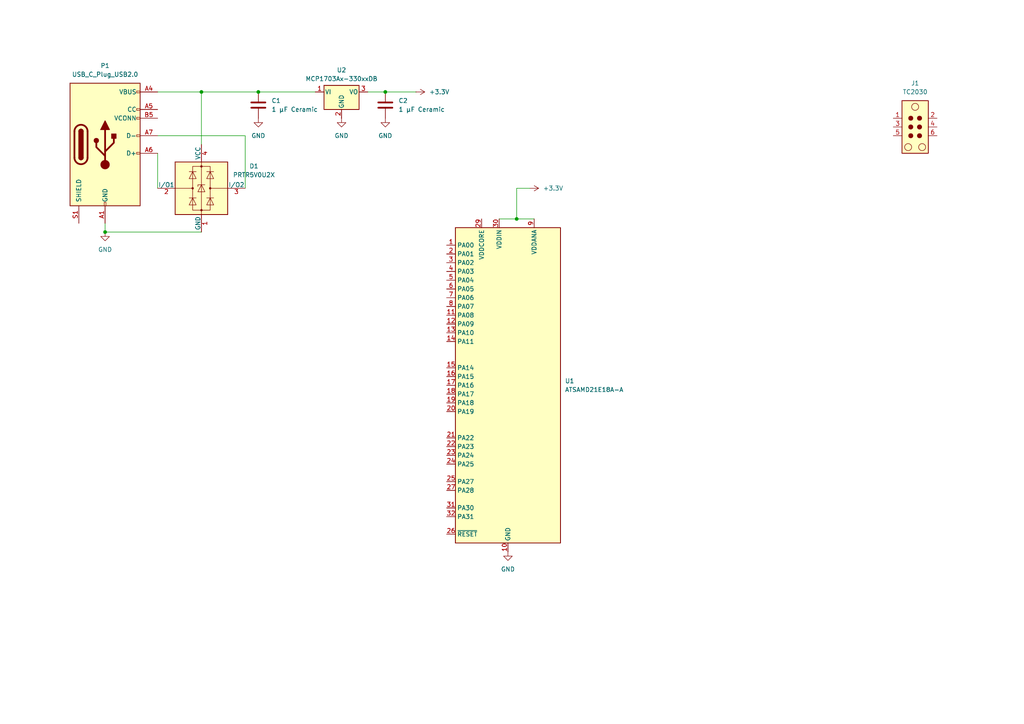
<source format=kicad_sch>
(kicad_sch (version 20250114) (generator "eeschema") (generator_version "9.0")
  (paper "A4")
  (lib_symbols
    (symbol "Connector:TC2030" (in_bom no)
      (property "Reference" "J" (at 1.27 8.89 0))
      (property "Value" "TC2030" (at 1.27 -8.89 0))
      (symbol "TC2030_1_1"
        (rectangle (start -2.54 7.62) (end 5.08 -7.62) (stroke (width 0.254)) (fill (type background)))
        (circle (center -0.762 -5.842) (radius 1.016))
        (circle (center 0 2.54) (radius 0.635) (fill (type outline)))
        (circle (center 0 0) (radius 0.635) (fill (type outline)))
        (circle (center 0 -2.54) (radius 0.635) (fill (type outline)))
        (circle (center 1.27 5.842) (radius 1.016))
        (circle (center 2.54 2.54) (radius 0.635) (fill (type outline)))
        (circle (center 2.54 0) (radius 0.635) (fill (type outline)))
        (circle (center 2.54 -2.54) (radius 0.635) (fill (type outline)))
        (circle (center 3.302 -5.842) (radius 1.016))
        (pin passive line (at -5.08 2.54 0) (length 2.54) (name "~") (number "1"))
        (pin passive line (at -5.08 0 0) (length 2.54) (name "~") (number "3"))
        (pin passive line (at -5.08 -2.54 0) (length 2.54) (name "~") (number "5"))
        (pin passive line (at 7.62 2.54 180) (length 2.54) (name "~") (number "2"))
        (pin passive line (at 7.62 0 180) (length 2.54) (name "~") (number "4"))
        (pin passive line (at 7.62 -2.54 180) (length 2.54) (name "~") (number "6"))
      )
    )
    (symbol "Connector:USB_C_Plug_USB2.0" (pin_names (offset 1.016))
      (property "Reference" "P" (at -10.16 19.05 0))
      (property "Value" "USB_C_Plug_USB2.0" (at 12.7 19.05 0))
      (symbol "USB_C_Plug_USB2.0_0_0"
        (rectangle (start -0.254 -17.78) (end 0.254 -16.764))
        (rectangle (start 10.16 15.494) (end 9.144 14.986))
        (rectangle (start 10.16 10.414) (end 9.144 9.906))
        (rectangle (start 10.16 7.874) (end 9.144 7.366))
        (rectangle (start 10.16 2.794) (end 9.144 2.286))
        (rectangle (start 10.16 -2.286) (end 9.144 -2.794))
      )
      (symbol "USB_C_Plug_USB2.0_0_1"
        (rectangle (start -10.16 17.78) (end 10.16 -17.78) (stroke (width 0.254)) (fill (type background)))
        (polyline (pts (xy -8.89 -3.81) (xy -8.89 3.81)) (stroke (width 0.508)))
        (rectangle (start -7.62 -3.81) (end -6.35 3.81) (stroke (width 0.254)) (fill (type outline)))
        (arc (start -7.62 3.81) (mid -6.985 4.4423) (end -6.35 3.81) (stroke (width 0.254)))
        (arc (start -7.62 3.81) (mid -6.985 4.4423) (end -6.35 3.81) (stroke (width 0.254)) (fill (type outline)))
        (arc (start -8.89 3.81) (mid -6.985 5.7067) (end -5.08 3.81) (stroke (width 0.508)))
        (arc (start -5.08 -3.81) (mid -6.985 -5.7067) (end -8.89 -3.81) (stroke (width 0.508)))
        (arc (start -6.35 -3.81) (mid -6.985 -4.4423) (end -7.62 -3.81) (stroke (width 0.254)))
        (arc (start -6.35 -3.81) (mid -6.985 -4.4423) (end -7.62 -3.81) (stroke (width 0.254)) (fill (type outline)))
        (polyline (pts (xy -5.08 3.81) (xy -5.08 -3.81)) (stroke (width 0.508)))
        (circle (center -2.54 1.143) (radius 0.635) (stroke (width 0.254)) (fill (type outline)))
        (polyline (pts (xy -1.27 4.318) (xy 0 6.858) (xy 1.27 4.318) (xy -1.27 4.318)) (stroke (width 0.254)) (fill (type outline)))
        (polyline (pts (xy 0 -2.032) (xy 2.54 0.508) (xy 2.54 1.778)) (stroke (width 0.508)))
        (polyline (pts (xy 0 -3.302) (xy -2.54 -0.762) (xy -2.54 0.508)) (stroke (width 0.508)))
        (polyline (pts (xy 0 -5.842) (xy 0 4.318)) (stroke (width 0.508)))
        (circle (center 0 -5.842) (radius 1.27) (fill (type outline)))
        (rectangle (start 1.905 1.778) (end 3.175 3.048) (stroke (width 0.254)) (fill (type outline)))
      )
      (symbol "USB_C_Plug_USB2.0_1_1"
        (pin passive line (at -7.62 -22.86 90) (length 5.08) (name "SHIELD") (number "S1"))
        (pin passive line (at 0 -22.86 90) (length 5.08) (name "GND") (number "A1"))
        (pin passive line (at 0 -22.86 90) (length 5.08) (hide yes) (name "GND") (number "A12"))
        (pin passive line (at 0 -22.86 90) (length 5.08) (hide yes) (name "GND") (number "B1"))
        (pin passive line (at 0 -22.86 90) (length 5.08) (hide yes) (name "GND") (number "B12"))
        (pin passive line (at 15.24 15.24 180) (length 5.08) (name "VBUS") (number "A4"))
        (pin passive line (at 15.24 15.24 180) (length 5.08) (hide yes) (name "VBUS") (number "A9"))
        (pin passive line (at 15.24 15.24 180) (length 5.08) (hide yes) (name "VBUS") (number "B4"))
        (pin passive line (at 15.24 15.24 180) (length 5.08) (hide yes) (name "VBUS") (number "B9"))
        (pin bidirectional line (at 15.24 10.16 180) (length 5.08) (name "CC") (number "A5"))
        (pin bidirectional line (at 15.24 7.62 180) (length 5.08) (name "VCONN") (number "B5"))
        (pin bidirectional line (at 15.24 2.54 180) (length 5.08) (name "D-") (number "A7"))
        (pin bidirectional line (at 15.24 -2.54 180) (length 5.08) (name "D+") (number "A6"))
      )
    )
    (symbol "Device:C" (pin_numbers (hide yes)) (pin_names (offset 0.254))
      (property "Reference" "C" (at 0.635 2.54 0))
      (property "Value" "C" (at 0.635 -2.54 0))
      (symbol "C_0_1"
        (polyline (pts (xy -2.032 0.762) (xy 2.032 0.762)) (stroke (width 0.508)))
        (polyline (pts (xy -2.032 -0.762) (xy 2.032 -0.762)) (stroke (width 0.508)))
      )
      (symbol "C_1_1"
        (pin passive line (at 0 3.81 270) (length 2.794) (name "~") (number "1"))
        (pin passive line (at 0 -3.81 90) (length 2.794) (name "~") (number "2"))
      )
    )
    (symbol "MCU_Microchip_SAMD:ATSAMD21E18A-A"
      (property "Reference" "U" (at -13.97 46.99 0))
      (property "Value" "ATSAMD21E18A-A" (at 16.51 46.99 0))
      (symbol "ATSAMD21E18A-A_1_1"
        (rectangle (start -15.24 45.72) (end 15.24 -45.72) (stroke (width 0.254)) (fill (type background)))
        (pin bidirectional line (at -17.78 40.64 0) (length 2.54) (name "PA00") (number "1"))
        (pin bidirectional line (at -17.78 38.1 0) (length 2.54) (name "PA01") (number "2"))
        (pin bidirectional line (at -17.78 35.56 0) (length 2.54) (name "PA02") (number "3"))
        (pin bidirectional line (at -17.78 33.02 0) (length 2.54) (name "PA03") (number "4"))
        (pin bidirectional line (at -17.78 30.48 0) (length 2.54) (name "PA04") (number "5"))
        (pin bidirectional line (at -17.78 27.94 0) (length 2.54) (name "PA05") (number "6"))
        (pin bidirectional line (at -17.78 25.4 0) (length 2.54) (name "PA06") (number "7"))
        (pin bidirectional line (at -17.78 22.86 0) (length 2.54) (name "PA07") (number "8"))
        (pin bidirectional line (at -17.78 20.32 0) (length 2.54) (name "PA08") (number "11"))
        (pin bidirectional line (at -17.78 17.78 0) (length 2.54) (name "PA09") (number "12"))
        (pin bidirectional line (at -17.78 15.24 0) (length 2.54) (name "PA10") (number "13"))
        (pin bidirectional line (at -17.78 12.7 0) (length 2.54) (name "PA11") (number "14"))
        (pin bidirectional line (at -17.78 5.08 0) (length 2.54) (name "PA14") (number "15"))
        (pin bidirectional line (at -17.78 2.54 0) (length 2.54) (name "PA15") (number "16"))
        (pin bidirectional line (at -17.78 0 0) (length 2.54) (name "PA16") (number "17"))
        (pin bidirectional line (at -17.78 -2.54 0) (length 2.54) (name "PA17") (number "18"))
        (pin bidirectional line (at -17.78 -5.08 0) (length 2.54) (name "PA18") (number "19"))
        (pin bidirectional line (at -17.78 -7.62 0) (length 2.54) (name "PA19") (number "20"))
        (pin bidirectional line (at -17.78 -15.24 0) (length 2.54) (name "PA22") (number "21"))
        (pin bidirectional line (at -17.78 -17.78 0) (length 2.54) (name "PA23") (number "22"))
        (pin bidirectional line (at -17.78 -20.32 0) (length 2.54) (name "PA24") (number "23"))
        (pin bidirectional line (at -17.78 -22.86 0) (length 2.54) (name "PA25") (number "24"))
        (pin bidirectional line (at -17.78 -27.94 0) (length 2.54) (name "PA27") (number "25"))
        (pin bidirectional line (at -17.78 -30.48 0) (length 2.54) (name "PA28") (number "27"))
        (pin bidirectional line (at -17.78 -35.56 0) (length 2.54) (name "PA30") (number "31"))
        (pin bidirectional line (at -17.78 -38.1 0) (length 2.54) (name "PA31") (number "32"))
        (pin input line (at -17.78 -43.18 0) (length 2.54) (name "~{RESET}") (number "26"))
        (pin power_out line (at -7.62 48.26 270) (length 2.54) (name "VDDCORE") (number "29"))
        (pin power_in line (at -2.54 48.26 270) (length 2.54) (name "VDDIN") (number "30"))
        (pin power_in line (at 0 -48.26 90) (length 2.54) (name "GND") (number "10"))
        (pin passive line (at 0 -48.26 90) (length 2.54) (hide yes) (name "GND") (number "28"))
        (pin power_in line (at 7.62 48.26 270) (length 2.54) (name "VDDANA") (number "9"))
      )
    )
    (symbol "Power_Protection:PRTR5V0U2X" (pin_names (offset 0))
      (property "Reference" "D" (at 2.794 8.636 0))
      (property "Value" "PRTR5V0U2X" (at 8.128 -9.398 0))
      (symbol "PRTR5V0U2X_0_1"
        (rectangle (start -7.62 -7.62) (end 7.62 7.62) (stroke (width 0.254)) (fill (type background)))
        (polyline (pts (xy -3.556 2.794) (xy -1.524 2.794) (xy -2.54 4.826) (xy -3.556 2.794)))
        (polyline (pts (xy -3.556 -4.826) (xy -1.524 -4.826) (xy -2.54 -2.794) (xy -3.556 -4.826)))
        (rectangle (start -2.54 6.35) (end 2.54 -6.35))
        (circle (center -2.54 0) (radius 0.254) (fill (type outline)))
        (polyline (pts (xy -2.54 0) (xy -7.62 0)))
        (polyline (pts (xy -1.524 4.826) (xy -3.556 4.826)))
        (polyline (pts (xy -1.524 -2.794) (xy -3.556 -2.794)))
        (polyline (pts (xy -1.016 -1.016) (xy 1.016 -1.016) (xy 0 1.016) (xy -1.016 -1.016)))
        (circle (center 0 6.35) (radius 0.254) (fill (type outline)))
        (circle (center 0 -6.35) (radius 0.254) (fill (type outline)))
        (polyline (pts (xy 0 -7.62) (xy 0 7.62)))
        (polyline (pts (xy 1.016 1.016) (xy -1.016 1.016) (xy -1.016 0.508)))
        (polyline (pts (xy 1.524 4.826) (xy 3.556 4.826)))
        (polyline (pts (xy 1.524 -2.794) (xy 3.556 -2.794)))
        (polyline (pts (xy 2.54 0) (xy 7.62 0)))
        (circle (center 2.54 0) (radius 0.254) (fill (type outline)))
        (polyline (pts (xy 3.556 2.794) (xy 1.524 2.794) (xy 2.54 4.826) (xy 3.556 2.794)))
        (polyline (pts (xy 3.556 -4.826) (xy 1.524 -4.826) (xy 2.54 -2.794) (xy 3.556 -4.826)))
      )
      (symbol "PRTR5V0U2X_1_1"
        (pin passive line (at -12.7 0 0) (length 5.08) (name "I/O1") (number "2"))
        (pin passive line (at 0 12.7 270) (length 5.08) (name "VCC") (number "4"))
        (pin passive line (at 0 -12.7 90) (length 5.08) (name "GND") (number "1"))
        (pin passive line (at 12.7 0 180) (length 5.08) (name "I/O2") (number "3"))
      )
    )
    (symbol "Regulator_Linear:MCP1703Ax-330xxDB" (pin_names (offset 0.254))
      (property "Reference" "U" (at -3.81 3.175 0))
      (property "Value" "MCP1703Ax-330xxDB" (at 0 3.175 0))
      (symbol "MCP1703Ax-330xxDB_0_1"
        (rectangle (start -5.08 -5.08) (end 5.08 1.905) (stroke (width 0.254)) (fill (type background)))
      )
      (symbol "MCP1703Ax-330xxDB_1_1"
        (pin power_in line (at -7.62 0 0) (length 2.54) (name "VI") (number "1"))
        (pin power_in line (at 0 -7.62 90) (length 2.54) (name "GND") (number "2"))
        (pin power_out line (at 7.62 0 180) (length 2.54) (name "VO") (number "3"))
      )
    )
    (symbol "power:+3.3V" (power) (pin_numbers (hide yes)) (pin_names (offset 0) (hide yes))
      (property "Value" "+3.3V" (at 0 3.556 0))
      (symbol "+3.3V_0_1"
        (polyline (pts (xy -0.762 1.27) (xy 0 2.54)))
        (polyline (pts (xy 0 2.54) (xy 0.762 1.27)))
        (polyline (pts (xy 0 0) (xy 0 2.54)))
      )
      (symbol "+3.3V_1_1"
        (pin power_in line (at 0 0 90) (length 0) (name "~") (number "1"))
      )
    )
    (symbol "power:GND" (power) (pin_numbers (hide yes)) (pin_names (offset 0) (hide yes))
      (property "Value" "GND" (at 0 -3.81 0))
      (symbol "GND_0_1"
        (polyline (pts (xy 0 0) (xy 0 -1.27) (xy 1.27 -1.27) (xy 0 -2.54) (xy -1.27 -1.27) (xy 0 -1.27)))
      )
      (symbol "GND_1_1"
        (pin power_in line (at 0 0 270) (length 0) (name "~") (number "1"))
      )
    )
  )
  (junction (at 74.93 26.67))
  (junction (at 149.86 63.5))
  (junction (at 111.76 26.67))
  (junction (at 30.48 67.31))
  (junction (at 58.42 26.67))
  (wire (pts (xy 74.93 26.67) (xy 91.44 26.67)))
  (wire (pts (xy 30.48 67.31) (xy 30.48 64.77)))
  (wire (pts (xy 58.42 26.67) (xy 74.93 26.67)))
  (wire (pts (xy 58.42 67.31) (xy 30.48 67.31)))
  (wire (pts (xy 149.86 54.61) (xy 149.86 63.5)))
  (wire (pts (xy 45.72 39.37) (xy 71.12 39.37)))
  (wire (pts (xy 58.42 41.91) (xy 58.42 26.67)))
  (wire (pts (xy 149.86 54.61) (xy 153.67 54.61)))
  (wire (pts (xy 149.86 63.5) (xy 154.94 63.5)))
  (wire (pts (xy 58.42 26.67) (xy 45.72 26.67)))
  (wire (pts (xy 144.78 63.5) (xy 149.86 63.5)))
  (wire (pts (xy 45.72 54.61) (xy 45.72 44.45)))
  (wire (pts (xy 71.12 39.37) (xy 71.12 54.61)))
  (wire (pts (xy 120.65 26.67) (xy 111.76 26.67)))
  (wire (pts (xy 111.76 26.67) (xy 106.68 26.67)))
  (symbol (lib_id "power:GND") (at 74.93 34.29 0) (unit 1)
    (property "Reference" "#PWR03" (effects (hide yes)))
    (property "Value" "GND" (at 74.93 39.37 0))
    (property "Description" "Power symbol creates a global label with name \"GND\" , ground" (effects (hide yes)))
  )
  (symbol (lib_id "Regulator_Linear:MCP1703Ax-330xxDB") (at 99.06 26.67 0) (unit 1)
    (property "Reference" "U2" (at 99.06 20.32 0))
    (property "Value" "MCP1703Ax-330xxDB" (at 99.06 22.86 0))
    (property "Footprint" "Package_TO_SOT_SMD:SOT-223-3_TabPin2" (effects (hide yes)))
    (property "Datasheet" "http://ww1.microchip.com/downloads/en/DeviceDoc/20005122B.pdf" (effects (hide yes)))
    (property "Description" "Low Quiescent Current LDO Regulator, 3.3V, 250mA, Vin<=16V, SOT-223" (effects (hide yes)))
  )
  (symbol (lib_id "power:GND") (at 111.76 34.29 0) (unit 1)
    (property "Reference" "#PWR04" (effects (hide yes)))
    (property "Value" "GND" (at 111.76 39.37 0))
    (property "Description" "Power symbol creates a global label with name \"GND\" , ground" (effects (hide yes)))
  )
  (symbol (lib_id "power:GND") (at 30.48 67.31 0) (unit 1)
    (property "Reference" "#PWR02" (effects (hide yes)))
    (property "Value" "GND" (at 30.48 72.39 0))
    (property "Description" "Power symbol creates a global label with name \"GND\" , ground" (effects (hide yes)))
  )
  (symbol (lib_id "Connector:TC2030") (at 264.16 36.83 0) (unit 1) (in_bom no)
    (property "Reference" "J1" (at 265.43 24.13 0))
    (property "Value" "TC2030" (at 265.43 26.67 0))
    (property "Footprint" "Connector:Tag-Connect_TC2030-IDC-NL_2x03_P1.27mm_Vertical" (effects (hide yes)))
    (property "Datasheet" "https://www.tag-connect.com/wp-content/uploads/bsk-pdf-manager/2019/12/TC2030-IDC-NL-Datasheet-Rev-B.pdf" (effects (hide yes)))
    (property "Description" "Tag-Connect’s 6-pins connector" (effects (hide yes)))
  )
  (symbol (lib_id "power:GND") (at 99.06 34.29 0) (unit 1)
    (property "Reference" "#PWR01" (effects (hide yes)))
    (property "Value" "GND" (at 99.06 39.37 0))
    (property "Description" "Power symbol creates a global label with name \"GND\" , ground" (effects (hide yes)))
  )
  (symbol (lib_id "power:+3.3V") (at 120.65 26.67 270) (unit 1)
    (property "Reference" "#PWR06" (effects (hide yes)))
    (property "Value" "+3.3V" (at 124.46 26.6699 90) (effects (justify left)))
    (property "Description" "Power symbol creates a global label with name \"+3.3V\"" (effects (hide yes)))
  )
  (symbol (lib_id "power:+3.3V") (at 153.67 54.61 270) (unit 1)
    (property "Reference" "#PWR07" (effects (hide yes)))
    (property "Value" "+3.3V" (at 157.48 54.6099 90) (effects (justify left)))
    (property "Description" "Power symbol creates a global label with name \"+3.3V\"" (effects (hide yes)))
  )
  (symbol (lib_id "Connector:USB_C_Plug_USB2.0") (at 30.48 41.91 0) (unit 1)
    (property "Reference" "P1" (at 30.48 19.05 0))
    (property "Value" "USB_C_Plug_USB2.0" (at 30.48 21.59 0))
    (property "Footprint" "Connector_USB:USB_C_Plug_Molex_105444" (effects (hide yes)))
    (property "Datasheet" "https://www.usb.org/sites/default/files/documents/usb_type-c.zip" (effects (hide yes)))
    (property "Description" "USB 2.0-only Type-C Plug connector" (effects (hide yes)))
  )
  (symbol (lib_id "power:GND") (at 147.32 160.02 0) (unit 1)
    (property "Reference" "#PWR05" (effects (hide yes)))
    (property "Value" "GND" (at 147.32 165.1 0))
    (property "Description" "Power symbol creates a global label with name \"GND\" , ground" (effects (hide yes)))
  )
  (symbol (lib_id "Device:C") (at 74.93 30.48 0) (unit 1)
    (property "Reference" "C1" (at 78.74 29.2099 0) (effects (justify left)))
    (property "Value" "1 μF Ceramic" (at 78.74 31.7499 0) (effects (justify left)))
    (property "Footprint" "Capacitor_SMD:C_0603_1608Metric" (effects (hide yes)))
    (property "Description" "Unpolarized capacitor" (effects (hide yes)))
  )
  (symbol (lib_id "MCU_Microchip_SAMD:ATSAMD21E18A-A") (at 147.32 111.76 0) (unit 1)
    (property "Reference" "U1" (at 163.83 110.4899 0) (effects (justify left)))
    (property "Value" "ATSAMD21E18A-A" (at 163.83 113.0299 0) (effects (justify left)))
    (property "Footprint" "Package_QFP:TQFP-32_7x7mm_P0.8mm" (effects (hide yes)))
    (property "Datasheet" "http://ww1.microchip.com/downloads/en/DeviceDoc/SAM_D21_DA1_Family_Data%20Sheet_DS40001882E.pdf" (effects (hide yes)))
    (property "Description" "SAM D21 Microchip SMART ARM-based Flash MCU, 48Mhz, 256K Flash, 32K SRAM, TQFP-32" (effects (hide yes)))
  )
  (symbol (lib_id "Device:C") (at 111.76 30.48 0) (unit 1)
    (property "Reference" "C2" (at 115.57 29.2099 0) (effects (justify left)))
    (property "Value" "1 μF Ceramic" (at 115.57 31.7499 0) (effects (justify left)))
    (property "Footprint" "Capacitor_SMD:C_0603_1608Metric" (effects (hide yes)))
    (property "Description" "Unpolarized capacitor" (effects (hide yes)))
  )
  (symbol (lib_id "Power_Protection:PRTR5V0U2X") (at 58.42 54.61 0) (unit 1)
    (property "Reference" "D1" (at 73.66 48.1898 0))
    (property "Value" "PRTR5V0U2X" (at 73.66 50.7298 0))
    (property "Footprint" "Package_TO_SOT_SMD:SOT-143" (effects (hide yes)))
    (property "Datasheet" "https://assets.nexperia.com/documents/data-sheet/PRTR5V0U2X.pdf" (effects (hide yes)))
    (property "Description" "Ultra low capacitance double rail-to-rail ESD protection diode, SOT-143" (effects (hide yes)))
  )
)
</source>
